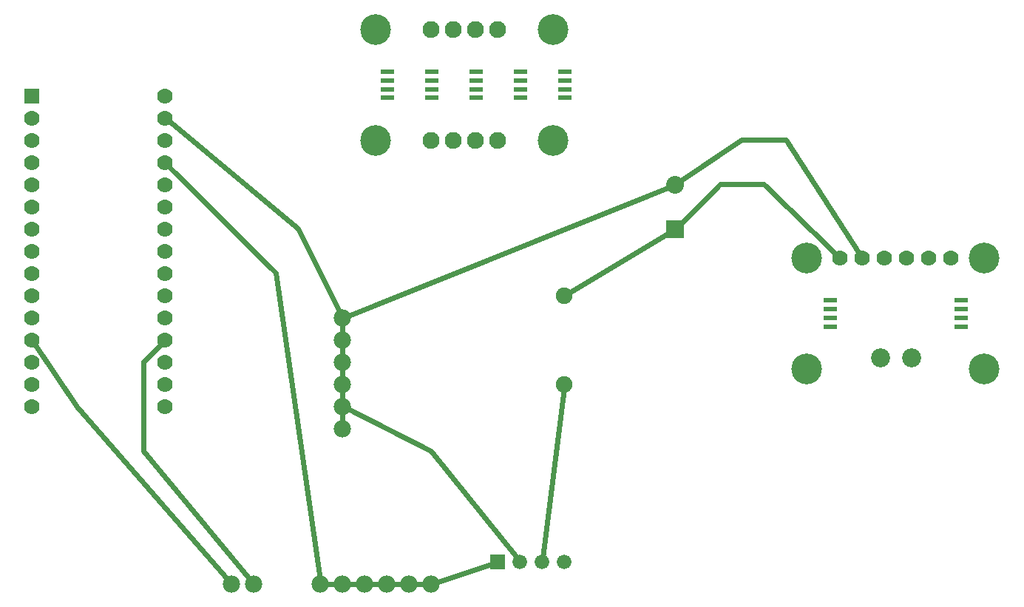
<source format=gtl>
G04 MADE WITH FRITZING*
G04 WWW.FRITZING.ORG*
G04 DOUBLE SIDED*
G04 HOLES PLATED*
G04 CONTOUR ON CENTER OF CONTOUR VECTOR*
%ASAXBY*%
%FSLAX23Y23*%
%MOIN*%
%OFA0B0*%
%SFA1.0B1.0*%
%ADD10C,0.070000*%
%ADD11C,0.078000*%
%ADD12C,0.075000*%
%ADD13C,0.080000*%
%ADD14C,0.138425*%
%ADD15C,0.086000*%
%ADD16C,0.076000*%
%ADD17C,0.066000*%
%ADD18R,0.069972X0.070000*%
%ADD19R,0.079986X0.080000*%
%ADD20R,0.061024X0.023622*%
%ADD21R,0.066000X0.066000*%
%ADD22C,0.024000*%
%LNCOPPER1*%
G90*
G70*
G54D10*
X222Y2413D03*
X222Y2313D03*
X222Y2213D03*
X222Y2113D03*
X222Y2013D03*
X222Y1913D03*
X222Y1813D03*
X222Y1713D03*
X222Y1613D03*
X222Y1513D03*
X222Y1413D03*
X222Y1313D03*
X222Y1213D03*
X222Y1113D03*
X222Y1013D03*
X822Y2413D03*
X822Y2313D03*
X822Y2213D03*
X822Y2113D03*
X822Y2013D03*
X822Y1913D03*
X822Y1813D03*
X822Y1713D03*
X822Y1613D03*
X822Y1513D03*
X822Y1413D03*
X822Y1313D03*
X822Y1213D03*
X822Y1113D03*
X822Y1013D03*
G54D11*
X1222Y213D03*
X1122Y213D03*
X2022Y213D03*
X1922Y213D03*
X1822Y213D03*
X1722Y213D03*
X1622Y213D03*
X1522Y213D03*
G54D12*
X2622Y1113D03*
X2622Y1513D03*
G54D13*
X3122Y1813D03*
X3122Y2013D03*
G54D10*
X4065Y1683D03*
G54D14*
X3715Y1683D03*
G54D10*
X3865Y1683D03*
G54D14*
X3715Y1183D03*
G54D15*
X4048Y1233D03*
G54D10*
X3965Y1683D03*
G54D14*
X4515Y1183D03*
X4515Y1683D03*
G54D10*
X4365Y1683D03*
G54D15*
X4186Y1233D03*
G54D10*
X4265Y1683D03*
X4165Y1683D03*
G54D16*
X2322Y2213D03*
X2022Y2713D03*
G54D14*
X2572Y2713D03*
G54D16*
X2222Y2713D03*
X2122Y2213D03*
G54D14*
X2572Y2213D03*
G54D16*
X2322Y2713D03*
X2122Y2713D03*
X2022Y2213D03*
X2222Y2213D03*
G54D14*
X1772Y2713D03*
X1772Y2213D03*
G54D17*
X2622Y313D03*
X2322Y313D03*
X2422Y313D03*
X2522Y313D03*
G54D11*
X1622Y1413D03*
X1622Y1313D03*
X1622Y1213D03*
X1622Y1113D03*
X1622Y1013D03*
X1622Y913D03*
G54D18*
X222Y2413D03*
G54D19*
X3122Y1813D03*
G54D20*
X3819Y1492D03*
X3819Y1452D03*
X3819Y1413D03*
X3819Y1373D03*
X4409Y1373D03*
X4409Y1413D03*
X4409Y1452D03*
X4409Y1492D03*
X2023Y2443D03*
X2223Y2443D03*
X2023Y2483D03*
X2023Y2522D03*
X2423Y2404D03*
X2223Y2522D03*
X2423Y2443D03*
X2423Y2483D03*
X2423Y2522D03*
X2623Y2404D03*
X2223Y2483D03*
X2623Y2443D03*
X2623Y2483D03*
X2623Y2522D03*
X1823Y2404D03*
X1823Y2443D03*
X1823Y2483D03*
X1823Y2522D03*
X2223Y2404D03*
X2023Y2404D03*
G54D21*
X2322Y313D03*
G54D22*
X1421Y1816D02*
X836Y2301D01*
D02*
X1321Y1615D02*
X835Y2100D01*
D02*
X1519Y232D02*
X1321Y1615D01*
D02*
X1613Y1430D02*
X1421Y1816D01*
D02*
X424Y1013D02*
X232Y1298D01*
D02*
X1109Y227D02*
X424Y1013D01*
D02*
X723Y813D02*
X723Y1215D01*
D02*
X723Y1215D02*
X809Y1300D01*
D02*
X1210Y227D02*
X723Y813D01*
D02*
X3422Y2215D02*
X3622Y2215D01*
D02*
X3622Y2215D02*
X3955Y1699D01*
D02*
X3138Y2024D02*
X3422Y2215D01*
D02*
X3325Y2015D02*
X3136Y1827D01*
D02*
X3519Y2015D02*
X3325Y2015D01*
D02*
X3851Y1696D02*
X3519Y2015D01*
D02*
X1541Y213D02*
X1603Y213D01*
D02*
X1641Y213D02*
X1703Y213D01*
D02*
X1622Y1232D02*
X1622Y1294D01*
D02*
X1622Y1332D02*
X1622Y1394D01*
D02*
X1639Y1420D02*
X3103Y2005D01*
D02*
X1741Y213D02*
X1803Y213D01*
D02*
X1841Y213D02*
X1903Y213D01*
D02*
X1941Y213D02*
X2003Y213D01*
D02*
X2303Y307D02*
X2040Y219D01*
D02*
X2019Y813D02*
X2409Y328D01*
D02*
X1639Y1004D02*
X2019Y813D01*
D02*
X1622Y1032D02*
X1622Y1094D01*
D02*
X1622Y1132D02*
X1622Y1194D01*
D02*
X3105Y1803D02*
X2637Y1522D01*
D02*
X2620Y1095D02*
X2524Y332D01*
D02*
X1622Y932D02*
X1622Y994D01*
G04 End of Copper1*
M02*
</source>
